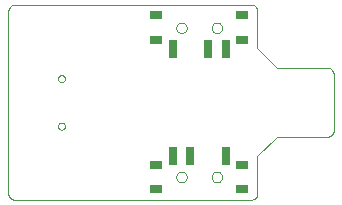
<source format=gbr>
G04 PROTEUS RS274X GERBER FILE*
%FSLAX45Y45*%
%MOMM*%
G01*
%ADD72R,1.000000X0.800000*%
%ADD73R,0.700000X1.500000*%
%ADD29C,0.025400*%
D72*
X+654300Y-736600D03*
X+654300Y-526600D03*
X+1384300Y-736600D03*
X+1384300Y-526600D03*
D73*
X+1244300Y-456600D03*
X+944300Y-456600D03*
X+794300Y-456600D03*
D72*
X+1384300Y+736600D03*
X+1384300Y+526600D03*
X+654300Y+736600D03*
X+654300Y+526600D03*
D73*
X+794300Y+456600D03*
X+1094300Y+456600D03*
X+1244300Y+456600D03*
D29*
X-116600Y-200000D02*
X-116703Y-197511D01*
X-117545Y-192531D01*
X-119305Y-187551D01*
X-122182Y-182571D01*
X-126583Y-177655D01*
X-131563Y-174041D01*
X-136543Y-171736D01*
X-141523Y-170433D01*
X-146503Y-170000D01*
X-146600Y-170000D01*
X-176600Y-200000D02*
X-176497Y-197511D01*
X-175655Y-192531D01*
X-173895Y-187551D01*
X-171018Y-182571D01*
X-166617Y-177655D01*
X-161637Y-174041D01*
X-156657Y-171736D01*
X-151677Y-170433D01*
X-146697Y-170000D01*
X-146600Y-170000D01*
X-176600Y-200000D02*
X-176497Y-202489D01*
X-175655Y-207469D01*
X-173895Y-212449D01*
X-171018Y-217429D01*
X-166617Y-222345D01*
X-161637Y-225959D01*
X-156657Y-228264D01*
X-151677Y-229567D01*
X-146697Y-230000D01*
X-146600Y-230000D01*
X-116600Y-200000D02*
X-116703Y-202489D01*
X-117545Y-207469D01*
X-119305Y-212449D01*
X-122182Y-217429D01*
X-126583Y-222345D01*
X-131563Y-225959D01*
X-136543Y-228264D01*
X-141523Y-229567D01*
X-146503Y-230000D01*
X-146600Y-230000D01*
X-116600Y+200000D02*
X-116703Y+202489D01*
X-117545Y+207469D01*
X-119305Y+212449D01*
X-122182Y+217429D01*
X-126583Y+222345D01*
X-131563Y+225959D01*
X-136543Y+228264D01*
X-141523Y+229567D01*
X-146503Y+230000D01*
X-146600Y+230000D01*
X-176600Y+200000D02*
X-176497Y+202489D01*
X-175655Y+207469D01*
X-173895Y+212449D01*
X-171018Y+217429D01*
X-166617Y+222345D01*
X-161637Y+225959D01*
X-156657Y+228264D01*
X-151677Y+229567D01*
X-146697Y+230000D01*
X-146600Y+230000D01*
X-176600Y+200000D02*
X-176497Y+197511D01*
X-175655Y+192531D01*
X-173895Y+187551D01*
X-171018Y+182571D01*
X-166617Y+177655D01*
X-161637Y+174041D01*
X-156657Y+171736D01*
X-151677Y+170433D01*
X-146697Y+170000D01*
X-146600Y+170000D01*
X-116600Y+200000D02*
X-116703Y+197511D01*
X-117545Y+192531D01*
X-119305Y+187551D01*
X-122182Y+182571D01*
X-126583Y+177655D01*
X-131563Y+174041D01*
X-136543Y+171736D01*
X-141523Y+170433D01*
X-146503Y+170000D01*
X-146600Y+170000D01*
X-596900Y-774700D02*
X-596900Y+774700D01*
X-546100Y+825500D02*
X+1460500Y+825500D01*
X-596900Y+774700D02*
X-592981Y+794693D01*
X-582216Y+810816D01*
X-566093Y+821581D01*
X-546100Y+825500D01*
X-546100Y-825500D02*
X-566093Y-821581D01*
X-582216Y-810816D01*
X-592981Y-794693D01*
X-596900Y-774700D01*
X-546100Y-825500D02*
X+1460500Y-825500D01*
X+914300Y-631600D02*
X+914145Y-627873D01*
X+912889Y-620418D01*
X+910259Y-612963D01*
X+905963Y-605508D01*
X+899393Y-598142D01*
X+891938Y-592709D01*
X+884483Y-589239D01*
X+877028Y-587269D01*
X+869573Y-586601D01*
X+869300Y-586600D01*
X+824300Y-631600D02*
X+824455Y-627873D01*
X+825711Y-620418D01*
X+828341Y-612963D01*
X+832637Y-605508D01*
X+839207Y-598142D01*
X+846662Y-592709D01*
X+854117Y-589239D01*
X+861572Y-587269D01*
X+869027Y-586601D01*
X+869300Y-586600D01*
X+824300Y-631600D02*
X+824455Y-635327D01*
X+825711Y-642782D01*
X+828341Y-650237D01*
X+832637Y-657692D01*
X+839207Y-665058D01*
X+846662Y-670491D01*
X+854117Y-673961D01*
X+861572Y-675931D01*
X+869027Y-676599D01*
X+869300Y-676600D01*
X+914300Y-631600D02*
X+914145Y-635327D01*
X+912889Y-642782D01*
X+910259Y-650237D01*
X+905963Y-657692D01*
X+899393Y-665058D01*
X+891938Y-670491D01*
X+884483Y-673961D01*
X+877028Y-675931D01*
X+869573Y-676599D01*
X+869300Y-676600D01*
X+1214300Y-631600D02*
X+1214145Y-627873D01*
X+1212889Y-620418D01*
X+1210259Y-612963D01*
X+1205963Y-605508D01*
X+1199393Y-598142D01*
X+1191938Y-592709D01*
X+1184483Y-589239D01*
X+1177028Y-587269D01*
X+1169573Y-586601D01*
X+1169300Y-586600D01*
X+1124300Y-631600D02*
X+1124455Y-627873D01*
X+1125711Y-620418D01*
X+1128341Y-612963D01*
X+1132637Y-605508D01*
X+1139207Y-598142D01*
X+1146662Y-592709D01*
X+1154117Y-589239D01*
X+1161572Y-587269D01*
X+1169027Y-586601D01*
X+1169300Y-586600D01*
X+1124300Y-631600D02*
X+1124455Y-635327D01*
X+1125711Y-642782D01*
X+1128341Y-650237D01*
X+1132637Y-657692D01*
X+1139207Y-665058D01*
X+1146662Y-670491D01*
X+1154117Y-673961D01*
X+1161572Y-675931D01*
X+1169027Y-676599D01*
X+1169300Y-676600D01*
X+1214300Y-631600D02*
X+1214145Y-635327D01*
X+1212889Y-642782D01*
X+1210259Y-650237D01*
X+1205963Y-657692D01*
X+1199393Y-665058D01*
X+1191938Y-670491D01*
X+1184483Y-673961D01*
X+1177028Y-675931D01*
X+1169573Y-676599D01*
X+1169300Y-676600D01*
X+914300Y+631600D02*
X+914145Y+635327D01*
X+912889Y+642782D01*
X+910259Y+650237D01*
X+905963Y+657692D01*
X+899393Y+665058D01*
X+891938Y+670491D01*
X+884483Y+673961D01*
X+877028Y+675931D01*
X+869573Y+676599D01*
X+869300Y+676600D01*
X+824300Y+631600D02*
X+824455Y+635327D01*
X+825711Y+642782D01*
X+828341Y+650237D01*
X+832637Y+657692D01*
X+839207Y+665058D01*
X+846662Y+670491D01*
X+854117Y+673961D01*
X+861572Y+675931D01*
X+869027Y+676599D01*
X+869300Y+676600D01*
X+824300Y+631600D02*
X+824455Y+627873D01*
X+825711Y+620418D01*
X+828341Y+612963D01*
X+832637Y+605508D01*
X+839207Y+598142D01*
X+846662Y+592709D01*
X+854117Y+589239D01*
X+861572Y+587269D01*
X+869027Y+586601D01*
X+869300Y+586600D01*
X+914300Y+631600D02*
X+914145Y+627873D01*
X+912889Y+620418D01*
X+910259Y+612963D01*
X+905963Y+605508D01*
X+899393Y+598142D01*
X+891938Y+592709D01*
X+884483Y+589239D01*
X+877028Y+587269D01*
X+869573Y+586601D01*
X+869300Y+586600D01*
X+1214300Y+631600D02*
X+1214145Y+635327D01*
X+1212889Y+642782D01*
X+1210259Y+650237D01*
X+1205963Y+657692D01*
X+1199393Y+665058D01*
X+1191938Y+670491D01*
X+1184483Y+673961D01*
X+1177028Y+675931D01*
X+1169573Y+676599D01*
X+1169300Y+676600D01*
X+1124300Y+631600D02*
X+1124455Y+635327D01*
X+1125711Y+642782D01*
X+1128341Y+650237D01*
X+1132637Y+657692D01*
X+1139207Y+665058D01*
X+1146662Y+670491D01*
X+1154117Y+673961D01*
X+1161572Y+675931D01*
X+1169027Y+676599D01*
X+1169300Y+676600D01*
X+1124300Y+631600D02*
X+1124455Y+627873D01*
X+1125711Y+620418D01*
X+1128341Y+612963D01*
X+1132637Y+605508D01*
X+1139207Y+598142D01*
X+1146662Y+592709D01*
X+1154117Y+589239D01*
X+1161572Y+587269D01*
X+1169027Y+586601D01*
X+1169300Y+586600D01*
X+1214300Y+631600D02*
X+1214145Y+627873D01*
X+1212889Y+620418D01*
X+1210259Y+612963D01*
X+1205963Y+605508D01*
X+1199393Y+598142D01*
X+1191938Y+592709D01*
X+1184483Y+589239D01*
X+1177028Y+587269D01*
X+1169573Y+586601D01*
X+1169300Y+586600D01*
X+2159000Y-241300D02*
X+2155081Y-261293D01*
X+2144316Y-277416D01*
X+2128193Y-288181D01*
X+2108200Y-292100D01*
X+2108200Y+292100D02*
X+2128193Y+288181D01*
X+2144316Y+277416D01*
X+2155081Y+261293D01*
X+2159000Y+241300D01*
X+2159000Y-241300D01*
X+2108200Y-292100D02*
X+1676400Y-292100D01*
X+1511300Y-457200D01*
X+1511300Y-774700D02*
X+1507381Y-794693D01*
X+1496616Y-810816D01*
X+1480493Y-821581D01*
X+1460500Y-825500D01*
X+1511300Y-774700D02*
X+1511300Y-457200D01*
X+1460500Y+825501D02*
X+1480493Y+821582D01*
X+1496616Y+810817D01*
X+1507381Y+794694D01*
X+1511300Y+774701D01*
X+1676400Y+292100D02*
X+1511300Y+457200D01*
X+2108200Y+292100D02*
X+1676400Y+292100D01*
X+1511300Y+457200D02*
X+1511300Y+774700D01*
M02*

</source>
